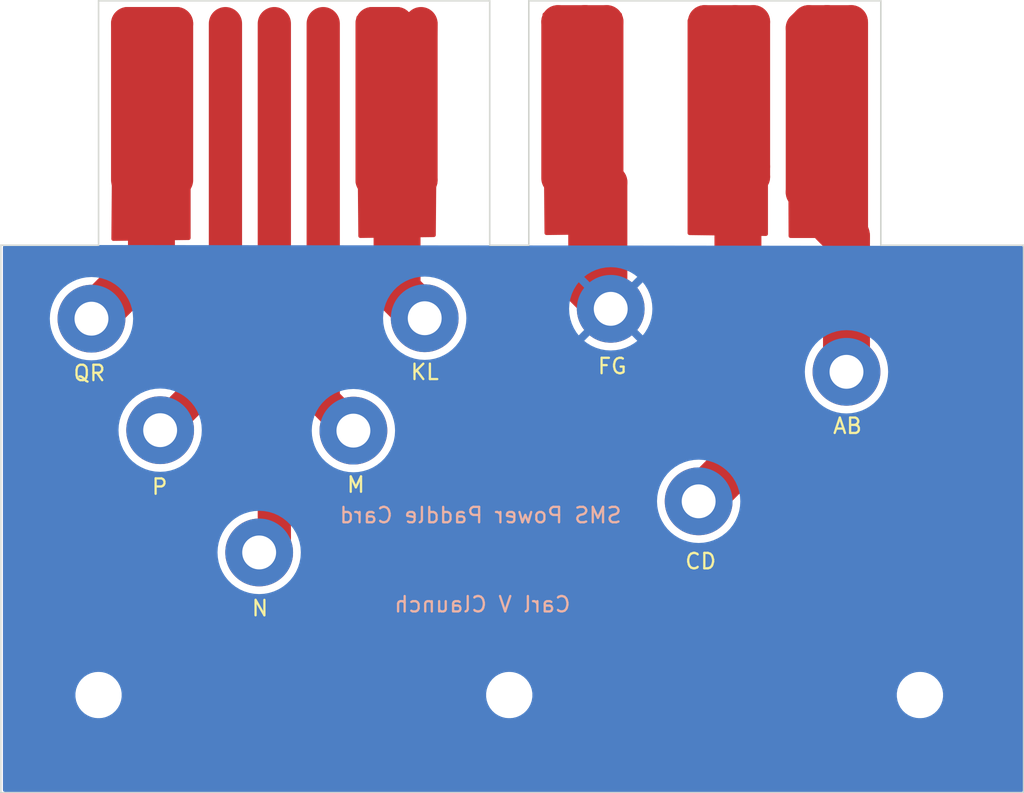
<source format=kicad_pcb>
(kicad_pcb (version 20221018) (generator pcbnew)
  (layers (0 "F.Cu" signal) (31 "B.Cu" signal) (34 "B.Paste" user) (35 "F.Paste" user) (36 "B.SilkS" user "B.Silkscreen") (37 "F.SilkS" user "F.Silkscreen") (38 "B.Mask" user) (39 "F.Mask" user) (44 "Edge.Cuts" user))
  (net 0 "")
  (net 1 "unconnected-(AB1-Pad1)")
  (net 2 "unconnected-(CD1-Pad1)")
  (net 3 "unconnected-(FG1-Pad1)")
  (net 4 "unconnected-(JK1-Pad1)")
  (net 5 "unconnected-(M1-Pad1)")
  (net 6 "unconnected-(N1-Pad1)")
  (net 7 "unconnected-(P1-Pad1)")
  (net 8 "unconnected-(QR1-Pad1)")
  (footprint "MountingHole:MountingHole_2.2mm_M2_Pad" (layer "F.Cu") (at 90.41 70.17)
    (fp_text reference "FG1" hide)
    (fp_text value "MountingHole_Pad" hide)
    (pad "1" thru_hole circle (at 0 0) (size 4.4 4.4) (drill 2.2) (layers "*.Cu" "*.Mask") (net 3 "unconnected-(FG1-Pad1)"))
  )
  (footprint "MountingHole:MountingHole_2.2mm_M2_Pad" (layer "F.Cu") (at 67.58 85.99)
    (fp_text reference "N1" hide)
    (fp_text value "MountingHole_Pad" hide)
    (pad "1" thru_hole circle (at 0 0) (size 4.4 4.4) (drill 2.2) (layers "*.Cu" "*.Mask") (net 6 "unconnected-(N1-Pad1)"))
  )
  (footprint "MountingHole:MountingHole_2.5mm" (layer "F.Cu") (at 110.49 95.25)
    (fp_text reference "H3" hide)
    (fp_text value "MountingHole")
    (pad "" np_thru_hole circle (at 0 0) (size 2.5 2.5) (drill 2.5) (layers "*.Cu" "*.Mask"))
  )
  (footprint "MountingHole:MountingHole_2.5mm" (layer "F.Cu") (at 83.82 95.25)
    (fp_text reference "H2" hide)
    (fp_text value "MountingHole")
    (pad "" np_thru_hole circle (at 0 0) (size 2.5 2.5) (drill 2.5) (layers "*.Cu" "*.Mask"))
  )
  (footprint "MountingHole:MountingHole_2.2mm_M2_Pad" (layer "F.Cu") (at 56.69 70.81)
    (fp_text reference "QR1" hide)
    (fp_text value "MountingHole_Pad" hide)
    (pad "1" thru_hole circle (at 0 0) (size 4.4 4.4) (drill 2.2) (layers "*.Cu" "*.Mask") (net 8 "unconnected-(QR1-Pad1)"))
  )
  (footprint "MountingHole:MountingHole_2.5mm" (layer "F.Cu") (at 57.15 95.25)
    (fp_text reference "H1" hide)
    (fp_text value "MountingHole")
    (pad "" np_thru_hole circle (at 0 0) (size 2.5 2.5) (drill 2.5) (layers "*.Cu" "*.Mask"))
  )
  (footprint "MountingHole:MountingHole_2.2mm_M2_Pad" (layer "F.Cu") (at 96.12 82.67)
    (fp_text reference "CD1" hide)
    (fp_text value "MountingHole_Pad" hide)
    (pad "1" thru_hole circle (at 0 0) (size 4.4 4.4) (drill 2.2) (layers "*.Cu" "*.Mask") (net 2 "unconnected-(CD1-Pad1)"))
  )
  (footprint "MountingHole:MountingHole_2.2mm_M2_Pad" (layer "F.Cu") (at 61.15 78.05)
    (fp_text reference "P1" hide)
    (fp_text value "MountingHole_Pad" hide)
    (pad "1" thru_hole circle (at 0 0) (size 4.4 4.4) (drill 2.2) (layers "*.Cu" "*.Mask") (net 7 "unconnected-(P1-Pad1)"))
  )
  (footprint "MountingHole:MountingHole_2.2mm_M2_Pad" (layer "F.Cu") (at 73.7 78.08)
    (fp_text reference "M1" hide)
    (fp_text value "MountingHole_Pad" hide)
    (pad "1" thru_hole circle (at 0 0) (size 4.4 4.4) (drill 2.2) (layers "*.Cu" "*.Mask") (net 5 "unconnected-(M1-Pad1)"))
  )
  (footprint "MountingHole:MountingHole_2.2mm_M2_Pad" (layer "F.Cu") (at 78.33 70.78)
    (fp_text reference "JK1" hide)
    (fp_text value "MountingHole_Pad" hide)
    (pad "1" thru_hole circle (at 0 0) (size 4.4 4.4) (drill 2.2) (layers "*.Cu" "*.Mask") (net 4 "unconnected-(JK1-Pad1)"))
  )
  (footprint "MountingHole:MountingHole_2.2mm_M2_Pad" (layer "F.Cu") (at 105.72 74.26)
    (fp_text reference "AB1" hide)
    (fp_text value "MountingHole_Pad" hide)
    (pad "1" thru_hole circle (at 0 0) (size 4.4 4.4) (drill 2.2) (layers "*.Cu" "*.Mask") (net 1 "unconnected-(AB1-Pad1)"))
  )
  (gr_line (start 85.09 50.165) (end 107.95 50.165) (stroke (width 0.1)) (layer "Edge.Cuts"))
  (gr_line (start 82.55 50.165) (end 57.15 50.165) (stroke (width 0.1)) (layer "Edge.Cuts"))
  (gr_line (start 117.221 101.6) (end 117.221 66.04) (stroke (width 0.1)) (layer "Edge.Cuts"))
  (gr_line (start 57.15 66.04) (end 57.15 50.165) (stroke (width 0.1)) (layer "Edge.Cuts"))
  (gr_line (start 117.221 66.04) (end 107.95 66.04) (stroke (width 0.1)) (layer "Edge.Cuts"))
  (gr_line (start 85.09 66.04) (end 85.09 50.165) (stroke (width 0.1)) (layer "Edge.Cuts"))
  (gr_line (start 82.55 66.04) (end 82.55 50.165) (stroke (width 0.1)) (layer "Edge.Cuts"))
  (gr_line (start 107.95 66.04) (end 107.95 50.165) (stroke (width 0.1)) (layer "Edge.Cuts"))
  (gr_line (start 50.8 66.04) (end 57.15 66.04) (stroke (width 0.1)) (layer "Edge.Cuts"))
  (gr_line (start 50.8 101.6) (end 50.8 66.04) (stroke (width 0.1)) (layer "Edge.Cuts"))
  (gr_line (start 50.8 101.6) (end 117.221 101.6) (stroke (width 0.1)) (layer "Edge.Cuts"))
  (gr_line (start 82.55 66.04) (end 85.09 66.04) (stroke (width 0.1)) (layer "Edge.Cuts"))
  (gr_text "Carl V Claunch" (at 87.89 89.95) (layer "B.SilkS") (effects (font (size 1 1)) (justify left bottom mirror)))
  (gr_text "SMS Power Paddle Card" (at 91.2 84.16) (layer "B.SilkS") (effects (font (size 1 1)) (justify left bottom mirror)))
  (gr_text "KL" (at 77.33 74.86) (layer "F.SilkS") (effects (font (size 1 1)) (justify left bottom)))
  (gr_text "M" (at 73.19 82.18) (layer "F.SilkS") (effects (font (size 1 1)) (justify left bottom)))
  (gr_text "AB" (at 104.76 78.36) (layer "F.SilkS") (effects (font (size 1 1)) (justify left bottom)))
  (gr_text "P" (at 60.52 82.31) (layer "F.SilkS") (effects (font (size 1 1)) (justify left bottom)))
  (gr_text "CD" (at 95.15 87.15) (layer "F.SilkS") (effects (font (size 1 1)) (justify left bottom)))
  (gr_text "FG" (at 89.48 74.48) (layer "F.SilkS") (effects (font (size 1 1)) (justify left bottom)))
  (gr_text "QR" (at 55.43 74.93) (layer "F.SilkS") (effects (font (size 1 1)) (justify left bottom)))
  (gr_text "N" (at 67.01 90.2) (layer "F.SilkS") (effects (font (size 1 1)) (justify left bottom)))
  (segment (start 102.855 51.935) (end 103.26 51.53) (width 2.159) (layer "F.Cu") (net 1))
  (segment (start 104.46 61.77) (end 104.46 51.53) (width 2.159) (layer "F.Cu") (net 1))
  (segment (start 104.87 64.62) (end 102.855 62.605) (width 2.159) (layer "F.Cu") (net 1))
  (segment (start 102.855 62.605) (end 102.855 51.935) (width 2.159) (layer "F.Cu") (net 1))
  (segment (start 104.46 61.77) (end 104.87 62.18) (width 2.159) (layer "F.Cu") (net 1))
  (segment (start 104.87 64.62) (end 105.72 65.47) (width 3.048) (layer "F.Cu") (net 1))
  (segment (start 105.72 65.47) (end 105.72 74.26) (width 3.048) (layer "F.Cu") (net 1))
  (segment (start 104.87 62.18) (end 104.87 64.62) (width 2.159) (layer "F.Cu") (net 1))
  (segment (start 104.41 61.82) (end 104.46 61.77) (width 2.159) (layer "F.Cu") (net 1))
  (segment (start 104.46 51.53) (end 106.03 51.53) (width 2.159) (layer "F.Cu") (net 1))
  (segment (start 106.03 51.53) (end 106.03 61.69) (width 2.159) (layer "F.Cu") (net 1))
  (segment (start 103.26 51.53) (end 104.46 51.53) (width 2.159) (layer "F.Cu") (net 1))
  (segment (start 96.12 82.67) (end 98.67 80.12) (width 3.048) (layer "F.Cu") (net 2))
  (segment (start 98.1 51.92) (end 98.49 51.53) (width 0.25) (layer "F.Cu") (net 2))
  (segment (start 96.505 51.53) (end 96.505 62.815) (width 2.159) (layer "F.Cu") (net 2))
  (segment (start 99.68 51.53) (end 98.49 51.53) (width 2.159) (layer "F.Cu") (net 2))
  (segment (start 98.49 51.53) (end 96.505 51.53) (width 2.159) (layer "F.Cu") (net 2))
  (segment (start 98.67 80.12) (end 98.67 59.33) (width 3.048) (layer "F.Cu") (net 2))
  (segment (start 99.68 61.6) (end 99.68 60.93) (width 2.159) (layer "F.Cu") (net 2))
  (segment (start 98.1 61.96) (end 98.1 51.92) (width 1.27) (layer "F.Cu") (net 2))
  (segment (start 99.6 61.68) (end 99.68 61.6) (width 2.159) (layer "F.Cu") (net 2))
  (segment (start 99.68 60.93) (end 99.68 51.53) (width 2.159) (layer "F.Cu") (net 2))
  (segment (start 90.155 51.53) (end 88.73 51.53) (width 2.159) (layer "F.Cu") (net 3))
  (segment (start 88.73 51.53) (end 88.73 61.76) (width 2.159) (layer "F.Cu") (net 3))
  (segment (start 90.41 61.945) (end 90.41 70.17) (width 2.159) (layer "F.Cu") (net 3))
  (segment (start 90.155 61.69) (end 90.155 51.53) (width 2.159) (layer "F.Cu") (net 3))
  (segment (start 88.73 68.49) (end 90.41 70.17) (width 3.048) (layer "F.Cu") (net 3))
  (segment (start 88.73 51.53) (end 86.98 51.53) (width 2.159) (layer "F.Cu") (net 3))
  (segment (start 88.73 61.76) (end 88.73 68.49) (width 2.159) (layer "F.Cu") (net 3))
  (segment (start 88.73 61.76) (end 88.76 61.79) (width 2.159) (layer "F.Cu") (net 3))
  (segment (start 90.155 61.69) (end 90.41 61.945) (width 2.159) (layer "F.Cu") (net 3))
  (segment (start 86.98 51.53) (end 86.98 61.69) (width 2.159) (layer "F.Cu") (net 3))
  (segment (start 78.09 51.65) (end 78.09 61.81) (width 2.159) (layer "F.Cu") (net 4))
  (segment (start 76.515 51.65) (end 76.515 61.765) (width 2.159) (layer "F.Cu") (net 4))
  (segment (start 74.915 61.81) (end 74.915 51.65) (width 2.159) (layer "F.Cu") (net 4))
  (segment (start 78.09 61.81) (end 74.915 61.81) (width 2.159) (layer "F.Cu") (net 4))
  (segment (start 74.915 51.65) (end 76.515 51.65) (width 2.159) (layer "F.Cu") (net 4))
  (segment (start 76.515 61.765) (end 76.535 61.785) (width 2.159) (layer "F.Cu") (net 4))
  (segment (start 76.535 68.985) (end 78.33 70.78) (width 3.048) (layer "F.Cu") (net 4))
  (segment (start 76.535 61.785) (end 76.535 68.985) (width 3.048) (layer "F.Cu") (net 4))
  (segment (start 71.74 76.12) (end 73.7 78.08) (width 2.159) (layer "F.Cu") (net 5))
  (segment (start 71.74 51.65) (end 71.74 76.12) (width 2.159) (layer "F.Cu") (net 5))
  (segment (start 68.565 85.005) (end 67.58 85.99) (width 2.159) (layer "F.Cu") (net 6))
  (segment (start 68.565 51.65) (end 68.565 85.005) (width 2.159) (layer "F.Cu") (net 6))
  (segment (start 65.39 51.65) (end 65.39 73.81) (width 2.159) (layer "F.Cu") (net 7))
  (segment (start 65.39 73.81) (end 61.15 78.05) (width 2.159) (layer "F.Cu") (net 7))
  (segment (start 60.585 66.915) (end 56.69 70.81) (width 3.048) (layer "F.Cu") (net 8))
  (segment (start 60.725 51.65) (end 60.725 61.615) (width 2.159) (layer "F.Cu") (net 8))
  (segment (start 62.215 51.65) (end 62.215 61.81) (width 2.159) (layer "F.Cu") (net 8))
  (segment (start 60.585 61.755) (end 60.585 66.915) (width 3.048) (layer "F.Cu") (net 8))
  (segment (start 60.725 51.65) (end 62.215 51.65) (width 2.159) (layer "F.Cu") (net 8))
  (segment (start 60.725 61.615) (end 60.585 61.755) (width 2.159) (layer "F.Cu") (net 8))
  (segment (start 59.04 51.65) (end 59.04 61.81) (width 2.159) (layer "F.Cu") (net 8))
  (segment (start 59.04 51.65) (end 60.725 51.65) (width 2.159) (layer "F.Cu") (net 8))
  (zone (net 3) (net_name "unconnected-(FG1-Pad1)") (layer "F.Cu") (priority 2) (connect_pads (clearance 0.5)) (min_thickness 0.25) (fill yes (thermal_gap 0.5) (thermal_bridge_width 0.5))
    (polygon (pts (xy 85.98 50.93) (xy 86.11 65.38) (xy 91.14 65.32) (xy 91.14 50.93)))
  )
  (zone (net 2) (net_name "unconnected-(CD1-Pad1)") (layer "F.Cu") (priority 1) (connect_pads (clearance 0.5)) (min_thickness 0.25) (fill yes (thermal_gap 0.5) (thermal_bridge_width 0.5))
    (polygon (pts (xy 95.4 51.31) (xy 95.4 65.38) (xy 100.62 65.44) (xy 100.62 51.38)))
  )
  (zone (net 4) (net_name "unconnected-(JK1-Pad1)") (layer "F.Cu") (priority 3) (connect_pads (clearance 0.5)) (min_thickness 0.25) (fill yes (thermal_gap 0.5) (thermal_bridge_width 0.5))
    (polygon (pts (xy 73.89 51.12) (xy 74.02 65.57) (xy 79.05 65.51) (xy 79.17 51.44)))
  )
  (zone (net 1) (net_name "unconnected-(AB1-Pad1)") (layer "F.Cu") (connect_pads (clearance 0.5)) (min_thickness 0.25) (fill yes (thermal_gap 0.5) (thermal_bridge_width 0.5))
    (polygon (pts (xy 101.9 51.38) (xy 101.96 65.57) (xy 107.12 65.57) (xy 107.12 51.44)))
  )
  (zone (net 8) (net_name "unconnected-(QR1-Pad1)") (layer "F.Cu") (priority 4) (connect_pads (clearance 0.5)) (min_thickness 0.25) (fill yes (thermal_gap 0.5) (thermal_bridge_width 0.5))
    (polygon (pts (xy 58.1 51.57) (xy 57.98 65.76) (xy 63.13 65.7) (xy 63.13 51.44)))
  )
  (zone (net 3) (net_name "unconnected-(FG1-Pad1)") (layer "B.Cu") (priority 5) (connect_pads (clearance 0.5)) (min_thickness 0.25) (fill yes (thermal_gap 0.5) (thermal_bridge_width 0.5))
    (polygon (pts (xy 50.94 66.02) (xy 50.94 101.54) (xy 117.21 101.54) (xy 117.21 66.09)))
  )
)
</source>
